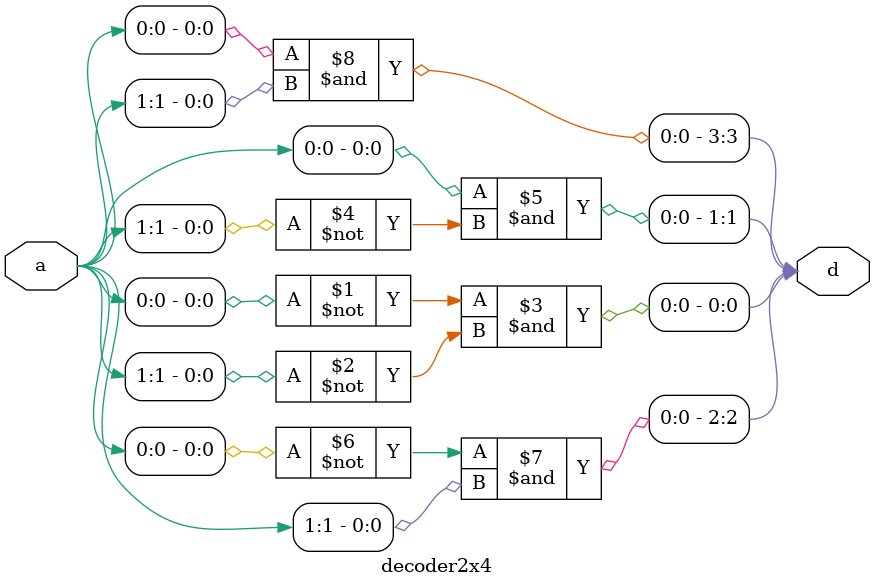
<source format=v>

module Question3(in,out);

	input [3:0] in;
	output [15:0] out;
	
	wire [7:0] c;
	
	decoder2x4 uut1(.a(in[1:0]),.d(c[3:0]));
	decoder2x4 uut2(.a(in[3:2]),.d(c[7:4]));
	
	assign out[0] = c[0] & c[4];
	assign out[4] = c[0] & c[5];
	assign out[8] = c[0] & c[6];
	assign out[12] = c[0] & c[7];
	
	assign out[1] = c[1] & c[4];
	assign out[5] = c[1] & c[5];
	assign out[9] = c[1] & c[6];
	assign out[13] = c[1] & c[7];
	
	assign out[2] = c[2] & c[4];
	assign out[6] = c[2] & c[5];
	assign out[10] = c[2] & c[6];
	assign out[14] = c[2] & c[7];
	
	assign out[3] = c[3] & c[4];
	assign out[7] = c[3] & c[5];
	assign out[11] = c[3] & c[6];
	assign out[15] = c[3] & c[7];
	
	initial begin
	
		$monitor("/n in = %b , out = %b ",in,out);
	
	end

endmodule

module decoder2x4(a,d);

	input [1:0] a;
	output [3:0] d;
	
	assign d[0] = ~a[0] & ~a[1];
	assign d[1] = a[0] & ~a[1];
	assign d[2] = ~a[0] & a[1];
	assign d[3] = a[0] & a[1];
	
endmodule


</source>
